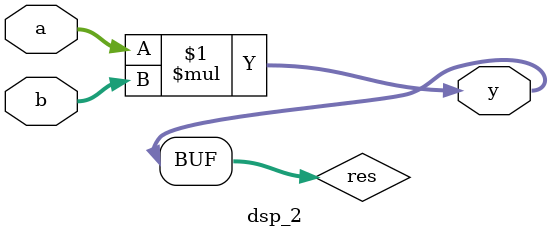
<source format=v>
module dsp_2 (
    input  [7:0] a,
    input  [7:0] b,
    output [7:0] y);

    (* use_dsp = "yes" *) wire [7:0] res;

    assign res = a * b;
    assign y = res;

endmodule

</source>
